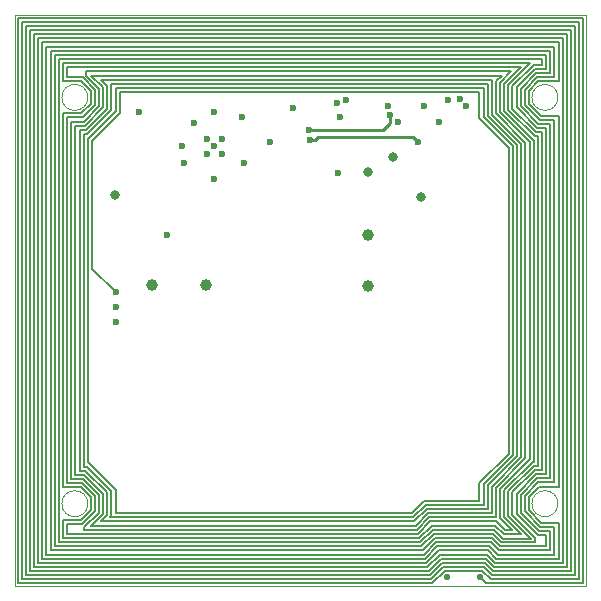
<source format=gbr>
%TF.GenerationSoftware,KiCad,Pcbnew,5.0.2-bee76a0~70~ubuntu18.04.1*%
%TF.CreationDate,2020-02-29T13:17:30-08:00*%
%TF.ProjectId,SolarCellX_v3,536f6c61-7243-4656-9c6c-585f76332e6b,rev?*%
%TF.SameCoordinates,Original*%
%TF.FileFunction,Copper,L2,Inr*%
%TF.FilePolarity,Positive*%
%FSLAX46Y46*%
G04 Gerber Fmt 4.6, Leading zero omitted, Abs format (unit mm)*
G04 Created by KiCad (PCBNEW 5.0.2-bee76a0~70~ubuntu18.04.1) date Sat 29 Feb 2020 01:17:30 PM PST*
%MOMM*%
%LPD*%
G01*
G04 APERTURE LIST*
%ADD10C,0.050000*%
%ADD11C,1.000000*%
%ADD12C,0.600000*%
%ADD13C,0.800000*%
%ADD14C,0.584200*%
%ADD15C,0.240000*%
%ADD16C,0.190000*%
G04 APERTURE END LIST*
D10*
X96200000Y-47000000D02*
G75*
G03X96200000Y-47000000I-1100000J0D01*
G01*
X96200000Y-81400000D02*
G75*
G03X96200000Y-81400000I-1100000J0D01*
G01*
X136000000Y-81400000D02*
G75*
G03X136000000Y-81400000I-1100000J0D01*
G01*
X136000000Y-47000000D02*
G75*
G03X136000000Y-47000000I-1100000J0D01*
G01*
X90000000Y-88400000D02*
X138400000Y-88400000D01*
X90000000Y-88400000D02*
X90000000Y-40000000D01*
X138400000Y-40000000D02*
X138400000Y-88400000D01*
X90000000Y-40000000D02*
X138400000Y-40000000D01*
D11*
X101600000Y-62865000D03*
X106172000Y-62865000D03*
X119888000Y-58674000D03*
X119888000Y-62992000D03*
D12*
X106253260Y-51754256D03*
X107523260Y-51754256D03*
X106253260Y-50509656D03*
X109410500Y-52514500D03*
X107530900Y-50485040D03*
X106923840Y-51092100D03*
X104302012Y-52519693D03*
D13*
X122050000Y-52050000D03*
X124450000Y-55400000D03*
D12*
X128250000Y-47700000D03*
X124650000Y-47694011D03*
X117537610Y-48650791D03*
X117348000Y-53403500D03*
X121600000Y-47700000D03*
X118047740Y-47243775D03*
X126700000Y-47200000D03*
X117284500Y-47434502D03*
X127700000Y-47100000D03*
X105156000Y-49149000D03*
X111633000Y-50800000D03*
X114950000Y-49750000D03*
X121750000Y-48450000D03*
X124150000Y-50800000D03*
X115050000Y-50600000D03*
X106870500Y-48260000D03*
X109232672Y-48653690D03*
X104144156Y-51144656D03*
X102933500Y-58674000D03*
X100550000Y-48250000D03*
D13*
X119958000Y-53290920D03*
D14*
X126619000Y-87630000D03*
D12*
X98552000Y-64770000D03*
X98552000Y-63500000D03*
X98552000Y-66040000D03*
D14*
X129413000Y-87630000D03*
D12*
X122450000Y-49100000D03*
X125950000Y-49100000D03*
X106913660Y-53938656D03*
X113538000Y-47879000D03*
D13*
X98500000Y-55250000D03*
D15*
X119200000Y-49750000D02*
X121150000Y-49750000D01*
X114950000Y-49750000D02*
X119200000Y-49750000D01*
X121150000Y-49750000D02*
X121750000Y-49150000D01*
X121750000Y-49150000D02*
X121750000Y-48450000D01*
X115474264Y-50600000D02*
X115724264Y-50350000D01*
X115050000Y-50600000D02*
X115474264Y-50600000D01*
X123700000Y-50350000D02*
X124150000Y-50800000D01*
X115724264Y-50350000D02*
X123700000Y-50350000D01*
D16*
X96550000Y-61498000D02*
X98552000Y-63500000D01*
X96550000Y-50650000D02*
X96550000Y-61498000D01*
X98900000Y-48300000D02*
X96550000Y-50650000D01*
X129350000Y-46550000D02*
X98900000Y-46550000D01*
X131850000Y-51250000D02*
X129350000Y-48750000D01*
X129350000Y-81150000D02*
X129350000Y-79650000D01*
X123650000Y-82200000D02*
X124700000Y-81150000D01*
X98550000Y-82200000D02*
X123650000Y-82200000D01*
X96200000Y-77900000D02*
X98550000Y-80250000D01*
X98550000Y-48150000D02*
X96200000Y-50500000D01*
X129700000Y-46200000D02*
X98550000Y-46200000D01*
X132200000Y-77250000D02*
X132200000Y-51150000D01*
X129700000Y-79750000D02*
X132200000Y-77250000D01*
X124800000Y-81500000D02*
X129700000Y-81500000D01*
X98100000Y-82550000D02*
X123750000Y-82550000D01*
X98200000Y-80350000D02*
X98200000Y-82450000D01*
X96100000Y-78250000D02*
X98200000Y-80350000D01*
X98200000Y-48050000D02*
X96150000Y-50100000D01*
X132550000Y-51050000D02*
X130050000Y-48550000D01*
X132550000Y-77350000D02*
X132550000Y-51050000D01*
X130050000Y-79850000D02*
X132550000Y-77350000D01*
X129350000Y-79650000D02*
X131850000Y-77150000D01*
X130050000Y-81850000D02*
X130050000Y-79850000D01*
X96000000Y-78600000D02*
X97850000Y-80450000D01*
X95500000Y-78600000D02*
X96000000Y-78600000D01*
X97850000Y-46050000D02*
X97850000Y-47950000D01*
X97300000Y-45500000D02*
X97850000Y-46050000D01*
X130400000Y-45500000D02*
X97300000Y-45500000D01*
X130400000Y-48450000D02*
X130400000Y-45500000D01*
X132900000Y-50950000D02*
X130400000Y-48450000D01*
X132900000Y-77450000D02*
X132900000Y-50950000D01*
X130400000Y-79950000D02*
X132900000Y-77450000D01*
X130400000Y-82200000D02*
X130400000Y-79950000D01*
X125000000Y-82200000D02*
X130400000Y-82200000D01*
X96500000Y-83250000D02*
X123950000Y-83250000D01*
X95850000Y-78250000D02*
X96100000Y-78250000D01*
X97500000Y-80550000D02*
X97500000Y-82250000D01*
X95900000Y-78950000D02*
X97500000Y-80550000D01*
X98550000Y-80250000D02*
X98550000Y-82200000D01*
X95150000Y-78950000D02*
X95900000Y-78950000D01*
X95150000Y-49400000D02*
X95150000Y-78950000D01*
X95500000Y-49750000D02*
X95500000Y-78600000D01*
X95950000Y-49400000D02*
X95150000Y-49400000D01*
X97500000Y-47850000D02*
X95950000Y-49400000D01*
X97500000Y-46150000D02*
X97500000Y-47850000D01*
X96500000Y-45150000D02*
X97500000Y-46150000D01*
X131250000Y-45150000D02*
X96500000Y-45150000D01*
X133250000Y-50850000D02*
X130750000Y-48350000D01*
X130750000Y-80050000D02*
X133250000Y-77550000D01*
X125100000Y-82550000D02*
X130750000Y-82550000D01*
X124050000Y-83600000D02*
X125100000Y-82550000D01*
X95900000Y-83400000D02*
X95900000Y-83600000D01*
X97150000Y-82150000D02*
X95900000Y-83400000D01*
X97150000Y-80650000D02*
X97150000Y-82150000D01*
X95800000Y-79300000D02*
X97150000Y-80650000D01*
X94800000Y-49050000D02*
X94800000Y-79300000D01*
X97150000Y-47750000D02*
X95850000Y-49050000D01*
X94800000Y-79300000D02*
X95800000Y-79300000D01*
X96050000Y-45150000D02*
X97150000Y-46250000D01*
X96050000Y-44800000D02*
X96050000Y-45150000D01*
X132050000Y-44800000D02*
X96050000Y-44800000D01*
X131100000Y-48250000D02*
X131100000Y-45750000D01*
X132100000Y-83650000D02*
X131100000Y-82650000D01*
X131550000Y-83650000D02*
X132100000Y-83650000D01*
X130800000Y-82900000D02*
X131550000Y-83650000D01*
X131850000Y-77150000D02*
X131850000Y-51250000D01*
X125200000Y-82900000D02*
X130800000Y-82900000D01*
X94450000Y-83950000D02*
X124150000Y-83950000D01*
X129700000Y-48650000D02*
X129700000Y-46200000D01*
X94450000Y-83150000D02*
X94450000Y-83950000D01*
X97850000Y-82350000D02*
X97300000Y-82900000D01*
X95700000Y-83150000D02*
X94450000Y-83150000D01*
X130400000Y-87450000D02*
X137450000Y-87450000D01*
X96800000Y-80750000D02*
X96800000Y-82050000D01*
X95700000Y-79650000D02*
X96800000Y-80750000D01*
X95750000Y-48700000D02*
X94450000Y-48700000D01*
X96800000Y-47650000D02*
X95750000Y-48700000D01*
X96050000Y-49750000D02*
X95500000Y-49750000D01*
X130700000Y-83250000D02*
X131450000Y-84000000D01*
X96800000Y-46350000D02*
X96800000Y-47650000D01*
X123750000Y-82550000D02*
X124800000Y-81500000D01*
X95750000Y-45300000D02*
X96800000Y-46350000D01*
X97500000Y-82250000D02*
X96500000Y-83250000D01*
X132850000Y-44450000D02*
X94450000Y-44450000D01*
X131450000Y-45850000D02*
X132850000Y-44450000D01*
X133850000Y-77850000D02*
X133950000Y-77850000D01*
X95611408Y-82800000D02*
X94100000Y-82800000D01*
X131450000Y-80250000D02*
X133850000Y-77850000D01*
X133200000Y-80750000D02*
X134350000Y-79600000D01*
X92350000Y-42350000D02*
X92350000Y-86050000D01*
X94450000Y-44450000D02*
X94450000Y-45300000D01*
X132200000Y-51150000D02*
X129700000Y-48650000D01*
X130050000Y-48550000D02*
X130050000Y-45850000D01*
X97850000Y-47950000D02*
X96050000Y-49750000D01*
X135000000Y-85000000D02*
X135000000Y-84050000D01*
X132900000Y-84000000D02*
X131450000Y-82550000D01*
X131450000Y-84000000D02*
X132900000Y-84000000D01*
X130100000Y-85350000D02*
X130800000Y-86050000D01*
X125300000Y-83250000D02*
X130700000Y-83250000D01*
X125500000Y-83950000D02*
X130500000Y-83950000D01*
X94100000Y-84300000D02*
X124250000Y-84300000D01*
X94100000Y-82800000D02*
X94100000Y-84300000D01*
X96200000Y-50500000D02*
X96200000Y-77900000D01*
X96451570Y-81959838D02*
X95611408Y-82800000D01*
X124700000Y-81150000D02*
X129350000Y-81150000D01*
X131800000Y-82450000D02*
X131800000Y-80350000D01*
X96451570Y-80840161D02*
X96451570Y-81959838D01*
X97150000Y-46250000D02*
X97150000Y-47750000D01*
X94100000Y-48350000D02*
X94100000Y-80000000D01*
X95661408Y-48350000D02*
X94100000Y-48350000D01*
X96451570Y-46440161D02*
X96451570Y-47559838D01*
X95661409Y-45650000D02*
X96451570Y-46440161D01*
X134438590Y-79950000D02*
X136050000Y-79950000D01*
X94100000Y-44100000D02*
X94100000Y-45650000D01*
X131800000Y-45950000D02*
X133650000Y-44100000D01*
X123850000Y-82900000D02*
X124900000Y-81850000D01*
X133700000Y-84350000D02*
X131800000Y-82450000D01*
X134050000Y-44600000D02*
X135000000Y-44600000D01*
X131350000Y-84350000D02*
X133700000Y-84350000D01*
X94450000Y-79650000D02*
X95700000Y-79650000D01*
X123950000Y-83250000D02*
X125000000Y-82200000D01*
X94450000Y-48700000D02*
X94450000Y-79650000D01*
X133250000Y-77550000D02*
X133250000Y-50850000D01*
X90950000Y-40950000D02*
X90950000Y-87450000D01*
X130600000Y-83600000D02*
X131350000Y-84350000D01*
X125400000Y-83600000D02*
X130600000Y-83600000D01*
X93750000Y-84650000D02*
X124350000Y-84650000D01*
X98900000Y-46550000D02*
X98900000Y-48300000D01*
X93750000Y-43750000D02*
X93750000Y-84650000D01*
X124950000Y-86750000D02*
X126000000Y-85700000D01*
X131800000Y-48050000D02*
X131800000Y-45950000D01*
X134650000Y-43750000D02*
X93750000Y-43750000D01*
X133950000Y-77850000D02*
X133950000Y-50650000D01*
X134650000Y-44250000D02*
X134650000Y-43750000D01*
X96451570Y-47559838D02*
X95661408Y-48350000D01*
X129350000Y-48750000D02*
X129350000Y-46550000D01*
X131000000Y-85350000D02*
X135350000Y-85350000D01*
X133950000Y-44250000D02*
X134650000Y-44250000D01*
X132150000Y-46050000D02*
X133950000Y-44250000D01*
X134650000Y-49950000D02*
X134150000Y-49950000D01*
X134300000Y-78200000D02*
X134300000Y-50300000D01*
X90247010Y-40247010D02*
X90247010Y-88152990D01*
X134350000Y-79600000D02*
X135700000Y-79600000D01*
X132150000Y-47950000D02*
X132150000Y-46050000D01*
X132850000Y-82150000D02*
X132850000Y-80650000D01*
X134050000Y-78550000D02*
X134650000Y-78550000D01*
X130750000Y-82550000D02*
X130750000Y-80050000D01*
X132150000Y-80450000D02*
X134050000Y-78550000D01*
X136050000Y-48550000D02*
X134538591Y-48550000D01*
X134100000Y-84300000D02*
X132150000Y-82350000D01*
X131200000Y-84650000D02*
X134100000Y-84650000D01*
X132500000Y-46150000D02*
X134050000Y-44600000D01*
X134250000Y-49600000D02*
X132500000Y-47850000D01*
X135000000Y-49600000D02*
X134250000Y-49600000D01*
X133600000Y-77650000D02*
X133600000Y-50750000D01*
X135000000Y-44600000D02*
X135000000Y-43400000D01*
X91650000Y-86750000D02*
X124950000Y-86750000D01*
X135000000Y-78900000D02*
X135000000Y-49600000D01*
X132500000Y-80550000D02*
X134150000Y-78900000D01*
X126300000Y-86750000D02*
X129700000Y-86750000D01*
X132500000Y-82250000D02*
X132500000Y-80550000D01*
X93400000Y-43400000D02*
X93400000Y-85000000D01*
X131100000Y-85000000D02*
X135000000Y-85000000D01*
X95900000Y-83600000D02*
X124050000Y-83600000D01*
X125600000Y-84300000D02*
X130400000Y-84300000D01*
X131100000Y-82650000D02*
X131100000Y-80150000D01*
X134650000Y-78550000D02*
X134650000Y-49950000D01*
X130750000Y-45650000D02*
X131250000Y-45150000D01*
X130750000Y-48350000D02*
X130750000Y-45650000D01*
X93050000Y-85350000D02*
X124550000Y-85350000D01*
X93400000Y-85000000D02*
X124450000Y-85000000D01*
X93050000Y-43050000D02*
X93050000Y-85350000D01*
X135350000Y-44950000D02*
X135350000Y-43050000D01*
X132850000Y-46250000D02*
X134150000Y-44950000D01*
X131450000Y-48150000D02*
X131450000Y-45850000D01*
X134350000Y-49250000D02*
X132850000Y-47750000D01*
X135350000Y-49250000D02*
X134350000Y-49250000D01*
X130900000Y-85700000D02*
X135700000Y-85700000D01*
X137800000Y-87800000D02*
X137800000Y-40600000D01*
X130200000Y-85000000D02*
X130900000Y-85700000D01*
X91300000Y-87100000D02*
X125050000Y-87100000D01*
X135350000Y-79250000D02*
X135350000Y-49250000D01*
X134250000Y-79250000D02*
X135350000Y-79250000D01*
X129413000Y-87630000D02*
X129935990Y-88152990D01*
X132850000Y-80650000D02*
X134250000Y-79250000D01*
X125150000Y-87450000D02*
X126200000Y-86400000D01*
X129600000Y-87100000D02*
X130300000Y-87800000D01*
X130300000Y-87800000D02*
X137800000Y-87800000D01*
X134400000Y-83700000D02*
X132850000Y-82150000D01*
X129900000Y-86050000D02*
X130600000Y-86750000D01*
X92350000Y-86050000D02*
X124750000Y-86050000D01*
X135700000Y-85700000D02*
X135700000Y-83350000D01*
X130300000Y-84650000D02*
X131000000Y-85350000D01*
X96150000Y-50100000D02*
X95850000Y-50100000D01*
X131800000Y-80350000D02*
X133950000Y-78200000D01*
X136050000Y-86050000D02*
X136050000Y-83000000D01*
X124450000Y-85000000D02*
X125500000Y-83950000D01*
X90600000Y-40600000D02*
X90600000Y-87800000D01*
X125700000Y-84650000D02*
X130300000Y-84650000D01*
X124550000Y-85350000D02*
X125600000Y-84300000D01*
X124650000Y-85700000D02*
X125700000Y-84650000D01*
X124350000Y-84650000D02*
X125400000Y-83600000D01*
X90600000Y-87800000D02*
X125250000Y-87800000D01*
X135700000Y-42700000D02*
X92700000Y-42700000D01*
X124900000Y-81850000D02*
X130050000Y-81850000D01*
X135700000Y-45300000D02*
X135700000Y-42700000D01*
X91650000Y-41650000D02*
X91650000Y-86750000D01*
X97850000Y-80450000D02*
X97850000Y-82350000D01*
X135350000Y-83700000D02*
X134400000Y-83700000D01*
X95611409Y-80000000D02*
X96451570Y-80840161D01*
X134250000Y-45300000D02*
X135700000Y-45300000D01*
X125050000Y-87100000D02*
X126100000Y-86050000D01*
X133200000Y-46350000D02*
X134250000Y-45300000D01*
X132500000Y-47850000D02*
X132500000Y-46150000D01*
X134450000Y-48900000D02*
X133200000Y-47650000D01*
X132150000Y-82350000D02*
X132150000Y-80450000D01*
X130800000Y-86050000D02*
X136050000Y-86050000D01*
X134500000Y-83350000D02*
X133200000Y-82050000D01*
X135000000Y-43400000D02*
X93400000Y-43400000D01*
X133600000Y-50750000D02*
X131100000Y-48250000D01*
X133548429Y-46440161D02*
X134338590Y-45650000D01*
X137450000Y-40950000D02*
X90950000Y-40950000D01*
X129700000Y-81500000D02*
X129700000Y-79750000D01*
X98200000Y-45850000D02*
X98200000Y-48050000D01*
X133548429Y-47559838D02*
X133548429Y-46440161D01*
X134150000Y-78900000D02*
X135000000Y-78900000D01*
X136400000Y-86400000D02*
X136400000Y-42000000D01*
X136750000Y-41650000D02*
X91650000Y-41650000D01*
X125900000Y-85350000D02*
X130100000Y-85350000D01*
X125800000Y-85000000D02*
X130200000Y-85000000D01*
X94100000Y-80000000D02*
X95611409Y-80000000D01*
X133950000Y-78200000D02*
X134300000Y-78200000D01*
X136050000Y-79950000D02*
X136050000Y-48550000D01*
X136050000Y-45650000D02*
X136050000Y-42350000D01*
X90247010Y-88152990D02*
X125347010Y-88152990D01*
X133548429Y-81959838D02*
X133548429Y-80840161D01*
X134588591Y-83000000D02*
X133548429Y-81959838D01*
X124750000Y-86050000D02*
X125800000Y-85000000D01*
X134150000Y-44950000D02*
X135350000Y-44950000D01*
X133950000Y-50650000D02*
X131450000Y-48150000D01*
X94450000Y-45300000D02*
X95750000Y-45300000D01*
X94100000Y-45650000D02*
X95661409Y-45650000D01*
X124850000Y-86400000D02*
X125900000Y-85350000D01*
X136050000Y-83000000D02*
X134588591Y-83000000D01*
X134300000Y-50300000D02*
X134050000Y-50300000D01*
X92000000Y-86400000D02*
X124850000Y-86400000D01*
X130000000Y-85700000D02*
X130700000Y-86400000D01*
X137450000Y-87450000D02*
X137450000Y-40950000D01*
X135000000Y-84050000D02*
X134300000Y-84050000D01*
X130700000Y-86400000D02*
X136400000Y-86400000D01*
X98550000Y-46200000D02*
X98550000Y-48150000D01*
X129935990Y-88152990D02*
X138152990Y-88152990D01*
X130050000Y-45850000D02*
X98200000Y-45850000D01*
X136050000Y-42350000D02*
X92350000Y-42350000D01*
X134150000Y-49950000D02*
X132150000Y-47950000D01*
X130600000Y-86750000D02*
X136750000Y-86750000D01*
X92000000Y-42000000D02*
X92000000Y-86400000D01*
X134100000Y-84650000D02*
X134100000Y-84300000D01*
X133200000Y-47650000D02*
X133200000Y-46350000D01*
X126400000Y-87100000D02*
X129600000Y-87100000D01*
X130500000Y-83950000D02*
X131200000Y-84650000D01*
X136400000Y-42000000D02*
X92000000Y-42000000D01*
X91300000Y-41300000D02*
X91300000Y-87100000D01*
X134300000Y-84050000D02*
X132500000Y-82250000D01*
X134338590Y-45650000D02*
X136050000Y-45650000D01*
X136750000Y-86750000D02*
X136750000Y-41650000D01*
X137100000Y-87100000D02*
X137100000Y-41300000D01*
X133548429Y-80840161D02*
X134438590Y-79950000D01*
X131450000Y-82550000D02*
X131450000Y-80250000D01*
X97300000Y-82900000D02*
X123850000Y-82900000D01*
X124150000Y-83950000D02*
X125200000Y-82900000D01*
X130500000Y-87100000D02*
X137100000Y-87100000D01*
X95850000Y-49050000D02*
X94800000Y-49050000D01*
X126200000Y-86400000D02*
X129800000Y-86400000D01*
X135700000Y-79600000D02*
X135700000Y-48900000D01*
X96800000Y-82050000D02*
X95700000Y-83150000D01*
X98200000Y-82450000D02*
X98100000Y-82550000D01*
X125250000Y-87800000D02*
X126300000Y-86750000D01*
X135350000Y-85350000D02*
X135350000Y-83700000D01*
X131100000Y-80150000D02*
X133600000Y-77650000D01*
X135350000Y-43050000D02*
X93050000Y-43050000D01*
X92700000Y-85700000D02*
X124650000Y-85700000D01*
X138152990Y-88152990D02*
X138152990Y-40247010D01*
X134538591Y-48550000D02*
X133548429Y-47559838D01*
X133200000Y-82050000D02*
X133200000Y-80750000D01*
X124250000Y-84300000D02*
X125300000Y-83250000D01*
X95850000Y-50100000D02*
X95850000Y-78250000D01*
X134050000Y-50300000D02*
X131800000Y-48050000D01*
X132850000Y-47750000D02*
X132850000Y-46250000D01*
X126100000Y-86050000D02*
X129900000Y-86050000D01*
X129800000Y-86400000D02*
X130500000Y-87100000D01*
X92700000Y-42700000D02*
X92700000Y-85700000D01*
X125347010Y-88152990D02*
X126400000Y-87100000D01*
X138152990Y-40247010D02*
X90247010Y-40247010D01*
X126000000Y-85700000D02*
X130000000Y-85700000D01*
X131100000Y-45750000D02*
X132050000Y-44800000D01*
X137100000Y-41300000D02*
X91300000Y-41300000D01*
X135700000Y-83350000D02*
X134500000Y-83350000D01*
X135700000Y-48900000D02*
X134450000Y-48900000D01*
X137800000Y-40600000D02*
X90600000Y-40600000D01*
X130400000Y-84300000D02*
X131100000Y-85000000D01*
X90950000Y-87450000D02*
X125150000Y-87450000D01*
X129700000Y-86750000D02*
X130400000Y-87450000D01*
X133650000Y-44100000D02*
X94100000Y-44100000D01*
M02*

</source>
